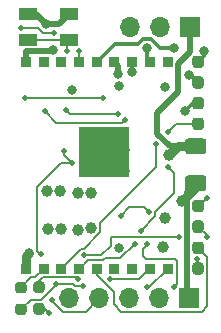
<source format=gbr>
%TF.GenerationSoftware,KiCad,Pcbnew,5.1.9*%
%TF.CreationDate,2021-01-20T23:16:29+01:00*%
%TF.ProjectId,wi-se-opi4,77692d73-652d-46f7-9069-342e6b696361,rev?*%
%TF.SameCoordinates,Original*%
%TF.FileFunction,Copper,L1,Top*%
%TF.FilePolarity,Positive*%
%FSLAX46Y46*%
G04 Gerber Fmt 4.6, Leading zero omitted, Abs format (unit mm)*
G04 Created by KiCad (PCBNEW 5.1.9) date 2021-01-20 23:16:29*
%MOMM*%
%LPD*%
G01*
G04 APERTURE LIST*
%TA.AperFunction,SMDPad,CuDef*%
%ADD10R,0.912500X0.850000*%
%TD*%
%TA.AperFunction,SMDPad,CuDef*%
%ADD11R,4.300000X4.300000*%
%TD*%
%TA.AperFunction,ComponentPad*%
%ADD12R,1.700000X1.700000*%
%TD*%
%TA.AperFunction,ComponentPad*%
%ADD13O,1.700000X1.700000*%
%TD*%
%TA.AperFunction,SMDPad,CuDef*%
%ADD14R,1.500000X1.000000*%
%TD*%
%TA.AperFunction,ViaPad*%
%ADD15C,1.000000*%
%TD*%
%TA.AperFunction,ViaPad*%
%ADD16C,0.800000*%
%TD*%
%TA.AperFunction,ViaPad*%
%ADD17C,0.500000*%
%TD*%
%TA.AperFunction,Conductor*%
%ADD18C,0.500000*%
%TD*%
%TA.AperFunction,Conductor*%
%ADD19C,0.750000*%
%TD*%
%TA.AperFunction,Conductor*%
%ADD20C,0.200000*%
%TD*%
%TA.AperFunction,Conductor*%
%ADD21C,0.300000*%
%TD*%
G04 APERTURE END LIST*
D10*
%TO.P,U2,18*%
%TO.N,GND*%
X95920000Y-71282500D03*
%TO.P,U2,17*%
%TO.N,N/C*%
X97420000Y-71282500D03*
%TO.P,U2,16*%
X98920000Y-71282500D03*
%TO.P,U2,15*%
%TO.N,RST*%
X100420000Y-71282500D03*
%TO.P,U2,14*%
%TO.N,LED_WIFI*%
X101920000Y-71282500D03*
%TO.P,U2,13*%
%TO.N,GND*%
X103420000Y-71282500D03*
%TO.P,U2,12*%
%TO.N,Net-(R12-Pad1)*%
X104920000Y-71282500D03*
%TO.P,U2,11*%
%TO.N,Net-(R11-Pad1)*%
X106420000Y-71282500D03*
%TO.P,U2,10*%
%TO.N,N/C*%
X107920000Y-71282500D03*
%TO.P,U2,9*%
%TO.N,GND*%
X107920000Y-88757500D03*
%TO.P,U2,8*%
%TO.N,Net-(R13-Pad2)*%
X106420000Y-88757500D03*
%TO.P,U2,7*%
%TO.N,N/C*%
X104920000Y-88757500D03*
%TO.P,U2,6*%
X103420000Y-88757500D03*
%TO.P,U2,5*%
%TO.N,LED_TX*%
X101920000Y-88757500D03*
%TO.P,U2,4*%
%TO.N,LED_RX*%
X100420000Y-88757500D03*
%TO.P,U2,3*%
%TO.N,LED_STATUS*%
X98920000Y-88757500D03*
%TO.P,U2,2*%
%TO.N,Net-(R10-Pad1)*%
X97420000Y-88757500D03*
%TO.P,U2,1*%
%TO.N,+3V3*%
X95920000Y-88757500D03*
D11*
%TO.P,U2,19*%
%TO.N,GND*%
X102500000Y-78900000D03*
%TD*%
D12*
%TO.P,J2,1*%
%TO.N,VCC*%
X109750000Y-91250000D03*
D13*
%TO.P,J2,2*%
%TO.N,EN*%
X107210000Y-91250000D03*
%TO.P,J2,3*%
%TO.N,BOOT0*%
X104670000Y-91250000D03*
%TO.P,J2,4*%
%TO.N,DTR*%
X102130000Y-91250000D03*
%TO.P,J2,5*%
%TO.N,RTS*%
X99590000Y-91250000D03*
%TD*%
%TO.P,C1,1*%
%TO.N,VCC*%
%TA.AperFunction,SMDPad,CuDef*%
G36*
G01*
X110950002Y-82191820D02*
X109649998Y-82191820D01*
G75*
G02*
X109400000Y-81941822I0J249998D01*
G01*
X109400000Y-81116818D01*
G75*
G02*
X109649998Y-80866820I249998J0D01*
G01*
X110950002Y-80866820D01*
G75*
G02*
X111200000Y-81116818I0J-249998D01*
G01*
X111200000Y-81941822D01*
G75*
G02*
X110950002Y-82191820I-249998J0D01*
G01*
G37*
%TD.AperFunction*%
%TO.P,C1,2*%
%TO.N,GND*%
%TA.AperFunction,SMDPad,CuDef*%
G36*
G01*
X110950002Y-79066820D02*
X109649998Y-79066820D01*
G75*
G02*
X109400000Y-78816822I0J249998D01*
G01*
X109400000Y-77991818D01*
G75*
G02*
X109649998Y-77741820I249998J0D01*
G01*
X110950002Y-77741820D01*
G75*
G02*
X111200000Y-77991818I0J-249998D01*
G01*
X111200000Y-78816822D01*
G75*
G02*
X110950002Y-79066820I-249998J0D01*
G01*
G37*
%TD.AperFunction*%
%TD*%
%TO.P,D1,1*%
%TO.N,Net-(D1-Pad1)*%
%TA.AperFunction,SMDPad,CuDef*%
G36*
G01*
X110737500Y-73525000D02*
X110262500Y-73525000D01*
G75*
G02*
X110025000Y-73287500I0J237500D01*
G01*
X110025000Y-72712500D01*
G75*
G02*
X110262500Y-72475000I237500J0D01*
G01*
X110737500Y-72475000D01*
G75*
G02*
X110975000Y-72712500I0J-237500D01*
G01*
X110975000Y-73287500D01*
G75*
G02*
X110737500Y-73525000I-237500J0D01*
G01*
G37*
%TD.AperFunction*%
%TO.P,D1,2*%
%TO.N,LED_WIFI*%
%TA.AperFunction,SMDPad,CuDef*%
G36*
G01*
X110737500Y-71775000D02*
X110262500Y-71775000D01*
G75*
G02*
X110025000Y-71537500I0J237500D01*
G01*
X110025000Y-70962500D01*
G75*
G02*
X110262500Y-70725000I237500J0D01*
G01*
X110737500Y-70725000D01*
G75*
G02*
X110975000Y-70962500I0J-237500D01*
G01*
X110975000Y-71537500D01*
G75*
G02*
X110737500Y-71775000I-237500J0D01*
G01*
G37*
%TD.AperFunction*%
%TD*%
%TO.P,D2,2*%
%TO.N,LED_STATUS*%
%TA.AperFunction,SMDPad,CuDef*%
G36*
G01*
X110262500Y-75975000D02*
X110737500Y-75975000D01*
G75*
G02*
X110975000Y-76212500I0J-237500D01*
G01*
X110975000Y-76787500D01*
G75*
G02*
X110737500Y-77025000I-237500J0D01*
G01*
X110262500Y-77025000D01*
G75*
G02*
X110025000Y-76787500I0J237500D01*
G01*
X110025000Y-76212500D01*
G75*
G02*
X110262500Y-75975000I237500J0D01*
G01*
G37*
%TD.AperFunction*%
%TO.P,D2,1*%
%TO.N,Net-(D2-Pad1)*%
%TA.AperFunction,SMDPad,CuDef*%
G36*
G01*
X110262500Y-74225000D02*
X110737500Y-74225000D01*
G75*
G02*
X110975000Y-74462500I0J-237500D01*
G01*
X110975000Y-75037500D01*
G75*
G02*
X110737500Y-75275000I-237500J0D01*
G01*
X110262500Y-75275000D01*
G75*
G02*
X110025000Y-75037500I0J237500D01*
G01*
X110025000Y-74462500D01*
G75*
G02*
X110262500Y-74225000I237500J0D01*
G01*
G37*
%TD.AperFunction*%
%TD*%
%TO.P,D3,1*%
%TO.N,Net-(D3-Pad1)*%
%TA.AperFunction,SMDPad,CuDef*%
G36*
G01*
X110737500Y-89275000D02*
X110262500Y-89275000D01*
G75*
G02*
X110025000Y-89037500I0J237500D01*
G01*
X110025000Y-88462500D01*
G75*
G02*
X110262500Y-88225000I237500J0D01*
G01*
X110737500Y-88225000D01*
G75*
G02*
X110975000Y-88462500I0J-237500D01*
G01*
X110975000Y-89037500D01*
G75*
G02*
X110737500Y-89275000I-237500J0D01*
G01*
G37*
%TD.AperFunction*%
%TO.P,D3,2*%
%TO.N,LED_TX*%
%TA.AperFunction,SMDPad,CuDef*%
G36*
G01*
X110737500Y-87525000D02*
X110262500Y-87525000D01*
G75*
G02*
X110025000Y-87287500I0J237500D01*
G01*
X110025000Y-86712500D01*
G75*
G02*
X110262500Y-86475000I237500J0D01*
G01*
X110737500Y-86475000D01*
G75*
G02*
X110975000Y-86712500I0J-237500D01*
G01*
X110975000Y-87287500D01*
G75*
G02*
X110737500Y-87525000I-237500J0D01*
G01*
G37*
%TD.AperFunction*%
%TD*%
%TO.P,D4,2*%
%TO.N,LED_RX*%
%TA.AperFunction,SMDPad,CuDef*%
G36*
G01*
X110737500Y-83983080D02*
X110262500Y-83983080D01*
G75*
G02*
X110025000Y-83745580I0J237500D01*
G01*
X110025000Y-83170580D01*
G75*
G02*
X110262500Y-82933080I237500J0D01*
G01*
X110737500Y-82933080D01*
G75*
G02*
X110975000Y-83170580I0J-237500D01*
G01*
X110975000Y-83745580D01*
G75*
G02*
X110737500Y-83983080I-237500J0D01*
G01*
G37*
%TD.AperFunction*%
%TO.P,D4,1*%
%TO.N,Net-(D4-Pad1)*%
%TA.AperFunction,SMDPad,CuDef*%
G36*
G01*
X110737500Y-85733080D02*
X110262500Y-85733080D01*
G75*
G02*
X110025000Y-85495580I0J237500D01*
G01*
X110025000Y-84920580D01*
G75*
G02*
X110262500Y-84683080I237500J0D01*
G01*
X110737500Y-84683080D01*
G75*
G02*
X110975000Y-84920580I0J-237500D01*
G01*
X110975000Y-85495580D01*
G75*
G02*
X110737500Y-85733080I-237500J0D01*
G01*
G37*
%TD.AperFunction*%
%TD*%
D12*
%TO.P,J1,1*%
%TO.N,GND*%
X109840000Y-68300000D03*
D13*
%TO.P,J1,2*%
%TO.N,TXD*%
X107300000Y-68300000D03*
%TO.P,J1,3*%
%TO.N,RXD*%
X104760000Y-68300000D03*
%TD*%
%TO.P,R10,1*%
%TO.N,Net-(R10-Pad1)*%
%TA.AperFunction,SMDPad,CuDef*%
G36*
G01*
X95266500Y-89889500D02*
X95741500Y-89889500D01*
G75*
G02*
X95979000Y-90127000I0J-237500D01*
G01*
X95979000Y-90627000D01*
G75*
G02*
X95741500Y-90864500I-237500J0D01*
G01*
X95266500Y-90864500D01*
G75*
G02*
X95029000Y-90627000I0J237500D01*
G01*
X95029000Y-90127000D01*
G75*
G02*
X95266500Y-89889500I237500J0D01*
G01*
G37*
%TD.AperFunction*%
%TO.P,R10,2*%
%TO.N,EN*%
%TA.AperFunction,SMDPad,CuDef*%
G36*
G01*
X95266500Y-91714500D02*
X95741500Y-91714500D01*
G75*
G02*
X95979000Y-91952000I0J-237500D01*
G01*
X95979000Y-92452000D01*
G75*
G02*
X95741500Y-92689500I-237500J0D01*
G01*
X95266500Y-92689500D01*
G75*
G02*
X95029000Y-92452000I0J237500D01*
G01*
X95029000Y-91952000D01*
G75*
G02*
X95266500Y-91714500I237500J0D01*
G01*
G37*
%TD.AperFunction*%
%TD*%
%TO.P,R13,2*%
%TO.N,Net-(R13-Pad2)*%
%TA.AperFunction,SMDPad,CuDef*%
G36*
G01*
X97265500Y-90825000D02*
X96790500Y-90825000D01*
G75*
G02*
X96553000Y-90587500I0J237500D01*
G01*
X96553000Y-90087500D01*
G75*
G02*
X96790500Y-89850000I237500J0D01*
G01*
X97265500Y-89850000D01*
G75*
G02*
X97503000Y-90087500I0J-237500D01*
G01*
X97503000Y-90587500D01*
G75*
G02*
X97265500Y-90825000I-237500J0D01*
G01*
G37*
%TD.AperFunction*%
%TO.P,R13,1*%
%TO.N,BOOT0*%
%TA.AperFunction,SMDPad,CuDef*%
G36*
G01*
X97265500Y-92650000D02*
X96790500Y-92650000D01*
G75*
G02*
X96553000Y-92412500I0J237500D01*
G01*
X96553000Y-91912500D01*
G75*
G02*
X96790500Y-91675000I237500J0D01*
G01*
X97265500Y-91675000D01*
G75*
G02*
X97503000Y-91912500I0J-237500D01*
G01*
X97503000Y-92412500D01*
G75*
G02*
X97265500Y-92650000I-237500J0D01*
G01*
G37*
%TD.AperFunction*%
%TD*%
D14*
%TO.P,SW1,1*%
%TO.N,GND*%
X96075000Y-67200000D03*
%TO.P,SW1,2*%
%TO.N,EN*%
X96075000Y-69400000D03*
X99575000Y-69400000D03*
%TO.P,SW1,1*%
%TO.N,GND*%
X99575000Y-67200000D03*
%TD*%
D15*
%TO.N,VCC*%
X109143800Y-83032600D03*
%TO.N,GND*%
X104250000Y-78750000D03*
X104250000Y-80500000D03*
X97700000Y-82200000D03*
X98800000Y-82200000D03*
X100300000Y-82400000D03*
X101400000Y-82400000D03*
D16*
X103722969Y-72273631D03*
D17*
X106209810Y-90309990D03*
D15*
X108051600Y-79171800D03*
D16*
X107696000Y-73380600D03*
X103802715Y-86981609D03*
X97619820Y-68080180D03*
X98250000Y-70250000D03*
D15*
%TO.N,+3V3*%
X101400000Y-85300000D03*
D16*
X96200000Y-87400000D03*
D15*
X97800000Y-85400000D03*
X98900000Y-85400000D03*
X100300000Y-85500000D03*
D16*
X99822000Y-73595000D03*
X103835200Y-73279000D03*
D15*
X107696000Y-84469647D03*
X107492800Y-86906000D03*
D17*
%TO.N,EN*%
X98501200Y-90032501D03*
X100761800Y-90220800D03*
X99375000Y-70350002D03*
%TO.N,BOOT0*%
X97891600Y-92525000D03*
X108461250Y-90300002D03*
X106146600Y-86664800D03*
X106345999Y-83953114D03*
X103936800Y-84277200D03*
X104343200Y-76149200D03*
X97500000Y-75427400D03*
X95500000Y-68375000D03*
X98319820Y-68850000D03*
%TO.N,RST*%
X100457000Y-70358000D03*
D16*
%TO.N,LED_WIFI*%
X108458000Y-70104000D03*
X110998000Y-70358000D03*
%TO.N,Net-(D1-Pad1)*%
X109728000Y-72390000D03*
%TO.N,Net-(D2-Pad1)*%
X109400719Y-75421928D03*
D17*
%TO.N,LED_STATUS*%
X107950000Y-77216000D03*
X106934000Y-78232000D03*
%TO.N,Net-(D3-Pad1)*%
X110413800Y-87985600D03*
%TO.N,Net-(D4-Pad1)*%
X111225000Y-86106000D03*
X100838000Y-87630000D03*
X108874990Y-86106000D03*
%TO.N,LED_RX*%
X111225000Y-82804000D03*
X107996417Y-80124749D03*
X105664000Y-85556000D03*
X105156000Y-86656000D03*
%TO.N,DTR*%
X98145600Y-91389200D03*
%TO.N,RTS*%
X97205800Y-87553800D03*
X99796600Y-79781400D03*
X99129090Y-78809090D03*
%TO.N,Net-(Q1-Pad2)*%
X95808800Y-74295000D03*
X102489000Y-74295000D03*
%TO.N,Net-(Q2-Pad2)*%
X103682800Y-75692000D03*
X99288600Y-75336400D03*
D16*
%TO.N,Net-(R11-Pad1)*%
X106172000Y-70104000D03*
%TO.N,Net-(R12-Pad1)*%
X104902000Y-72136000D03*
D17*
%TO.N,Net-(R13-Pad2)*%
X100330000Y-89632502D03*
X103082000Y-89632502D03*
%TD*%
D18*
%TO.N,VCC*%
X109574990Y-91074990D02*
X109750000Y-91250000D01*
X109574990Y-82254330D02*
X109574990Y-91074990D01*
X110300000Y-81529320D02*
X109574990Y-82254330D01*
D19*
X110300000Y-81876400D02*
X109143800Y-83032600D01*
X110300000Y-81529320D02*
X110300000Y-81876400D01*
D18*
%TO.N,GND*%
X107049999Y-75591999D02*
X107049999Y-77331999D01*
X108826251Y-73815747D02*
X107049999Y-75591999D01*
X108826251Y-71426461D02*
X108826251Y-73815747D01*
X109840000Y-70412712D02*
X108826251Y-71426461D01*
X109840000Y-68300000D02*
X109840000Y-70412712D01*
X108122320Y-78404320D02*
X110300000Y-78404320D01*
X107049999Y-77331999D02*
X108122320Y-78404320D01*
X103722969Y-71585469D02*
X103420000Y-71282500D01*
X103722969Y-72273631D02*
X103722969Y-71585469D01*
X95940140Y-71262360D02*
X95920000Y-71282500D01*
D20*
X106380500Y-90297000D02*
X106070400Y-90297000D01*
X107920000Y-88757500D02*
X106380500Y-90297000D01*
D19*
X108819080Y-78404320D02*
X108051600Y-79171800D01*
X110300000Y-78404320D02*
X108819080Y-78404320D01*
D18*
X96739640Y-67200000D02*
X97619820Y-68080180D01*
X96075000Y-67200000D02*
X96739640Y-67200000D01*
X98694820Y-68080180D02*
X99575000Y-67200000D01*
X97619820Y-68080180D02*
X98694820Y-68080180D01*
X95920000Y-70357500D02*
X95920000Y-71282500D01*
X95927499Y-70350001D02*
X95920000Y-70357500D01*
X98149999Y-70350001D02*
X95927499Y-70350001D01*
X98250000Y-70250000D02*
X98149999Y-70350001D01*
D19*
%TO.N,+3V3*%
X95920000Y-87680000D02*
X96200000Y-87400000D01*
X95920000Y-88757500D02*
X95920000Y-87680000D01*
D20*
%TO.N,EN*%
X98501200Y-90111956D02*
X98501200Y-90032501D01*
X97238166Y-91374990D02*
X98501200Y-90111956D01*
X96331010Y-91374990D02*
X97238166Y-91374990D01*
X95504000Y-92202000D02*
X96331010Y-91374990D01*
X99915997Y-90032501D02*
X98501200Y-90032501D01*
X100104296Y-90220800D02*
X99915997Y-90032501D01*
X100761800Y-90220800D02*
X100104296Y-90220800D01*
X99375000Y-69600000D02*
X99575000Y-69400000D01*
X99375000Y-70350002D02*
X99375000Y-69600000D01*
X99575000Y-69400000D02*
X96075000Y-69400000D01*
%TO.N,BOOT0*%
X97529100Y-92162500D02*
X97891600Y-92525000D01*
X97028000Y-92162500D02*
X97529100Y-92162500D01*
X108461250Y-90300002D02*
X108711249Y-90050003D01*
X105821000Y-87663999D02*
X105821000Y-87117400D01*
X106107000Y-87949999D02*
X105821000Y-87663999D01*
X108533751Y-87949999D02*
X106107000Y-87949999D01*
X108711249Y-88127497D02*
X108533751Y-87949999D01*
X105821000Y-87117400D02*
X106248200Y-86690200D01*
X108711249Y-90050003D02*
X108711249Y-88127497D01*
X104686001Y-83527999D02*
X103936800Y-84277200D01*
X105920884Y-83527999D02*
X104686001Y-83527999D01*
X106345999Y-83953114D02*
X105920884Y-83527999D01*
X98471799Y-76399199D02*
X97500000Y-75427400D01*
X104093201Y-76399199D02*
X98471799Y-76399199D01*
X104343200Y-76149200D02*
X104093201Y-76399199D01*
X97394819Y-68850000D02*
X98319820Y-68850000D01*
X96919819Y-68375000D02*
X97394819Y-68850000D01*
X95500000Y-68375000D02*
X96919819Y-68375000D01*
%TO.N,RST*%
X100420000Y-70395000D02*
X100457000Y-70358000D01*
X100420000Y-71282500D02*
X100420000Y-70395000D01*
D21*
%TO.N,LED_WIFI*%
X106532001Y-69353999D02*
X107282002Y-70104000D01*
X105421999Y-69743999D02*
X105811999Y-69353999D01*
X107282002Y-70104000D02*
X108458000Y-70104000D01*
X105811999Y-69353999D02*
X106532001Y-69353999D01*
X103458501Y-69743999D02*
X105421999Y-69743999D01*
X101920000Y-71282500D02*
X103458501Y-69743999D01*
X110998000Y-70752000D02*
X110500000Y-71250000D01*
X110998000Y-70358000D02*
X110998000Y-70752000D01*
%TO.N,Net-(D1-Pad1)*%
X110500000Y-73000000D02*
X110662500Y-73000000D01*
X109890000Y-72390000D02*
X110500000Y-73000000D01*
X109728000Y-72390000D02*
X109890000Y-72390000D01*
%TO.N,Net-(D2-Pad1)*%
X110500000Y-74750000D02*
X110662500Y-74750000D01*
X110072647Y-74750000D02*
X109400719Y-75421928D01*
X110500000Y-74750000D02*
X110072647Y-74750000D01*
D20*
%TO.N,LED_STATUS*%
X108666000Y-76500000D02*
X107950000Y-77216000D01*
X110500000Y-76500000D02*
X108666000Y-76500000D01*
X99645001Y-88032499D02*
X98920000Y-88757500D01*
X102200001Y-84915999D02*
X102200001Y-85684001D01*
X106934000Y-80182000D02*
X102200001Y-84915999D01*
X106934000Y-78232000D02*
X106934000Y-80182000D01*
X100804003Y-87079999D02*
X102200001Y-85684001D01*
X100597501Y-87079999D02*
X100804003Y-87079999D01*
X99645001Y-88032499D02*
X100597501Y-87079999D01*
%TO.N,LED_TX*%
X111275010Y-91964992D02*
X110840001Y-92400001D01*
X111275010Y-87775010D02*
X111275010Y-91964992D01*
X110500000Y-87000000D02*
X111275010Y-87775010D01*
X103967399Y-92400001D02*
X103352600Y-91785202D01*
X110840001Y-92400001D02*
X103967399Y-92400001D01*
X101920000Y-89284504D02*
X101920000Y-88757500D01*
X103352600Y-90717104D02*
X101920000Y-89284504D01*
X103352600Y-91785202D02*
X103352600Y-90717104D01*
%TO.N,Net-(D3-Pad1)*%
X110500000Y-88071800D02*
X110413800Y-87985600D01*
X110500000Y-88750000D02*
X110500000Y-88071800D01*
%TO.N,Net-(D4-Pad1)*%
X103124000Y-86810301D02*
X102304301Y-87630000D01*
X111225000Y-85933080D02*
X110500000Y-85208080D01*
X103124000Y-86106000D02*
X103124000Y-86810301D01*
X102304301Y-87630000D02*
X100838000Y-87630000D01*
X111225000Y-86106000D02*
X111225000Y-85933080D01*
X103124000Y-86106000D02*
X108874990Y-86106000D01*
D21*
%TO.N,LED_RX*%
X110500000Y-83500000D02*
X110500000Y-83458080D01*
D20*
X110570920Y-83458080D02*
X111225000Y-82804000D01*
X110500000Y-83458080D02*
X110570920Y-83458080D01*
X106895999Y-84324001D02*
X105664000Y-85556000D01*
X106895999Y-83943999D02*
X106895999Y-84324001D01*
X108496001Y-82343997D02*
X106895999Y-83943999D01*
X108496001Y-80624333D02*
X108496001Y-82343997D01*
X107996417Y-80124749D02*
X108496001Y-80624333D01*
X100498748Y-88757500D02*
X100420000Y-88757500D01*
X101223749Y-88032499D02*
X100498748Y-88757500D01*
X102467501Y-88032499D02*
X101223749Y-88032499D01*
X102616000Y-87884000D02*
X102467501Y-88032499D01*
X103928000Y-87884000D02*
X102616000Y-87884000D01*
X105156000Y-86656000D02*
X103928000Y-87884000D01*
%TO.N,DTR*%
X98145600Y-91507602D02*
X98145600Y-91389200D01*
X99037999Y-92400001D02*
X98145600Y-91507602D01*
X100979999Y-92400001D02*
X99037999Y-92400001D01*
X102130000Y-91250000D02*
X100979999Y-92400001D01*
%TO.N,RTS*%
X96899999Y-81815999D02*
X98934598Y-79781400D01*
X96899999Y-87247999D02*
X96899999Y-81815999D01*
X98934598Y-79781400D02*
X99796600Y-79781400D01*
X97205800Y-87553800D02*
X96899999Y-87247999D01*
X99129090Y-79113890D02*
X99796600Y-79781400D01*
X99129090Y-78809090D02*
X99129090Y-79113890D01*
%TO.N,Net-(Q1-Pad2)*%
X95808800Y-74295000D02*
X102489000Y-74295000D01*
%TO.N,Net-(Q2-Pad2)*%
X99644200Y-75692000D02*
X99288600Y-75336400D01*
X103682800Y-75692000D02*
X99644200Y-75692000D01*
%TO.N,Net-(R10-Pad1)*%
X96694999Y-89482501D02*
X96398499Y-89482501D01*
X96398499Y-89482501D02*
X95504000Y-90377000D01*
X97420000Y-88757500D02*
X96694999Y-89482501D01*
D21*
%TO.N,Net-(R11-Pad1)*%
X106172000Y-71034500D02*
X106420000Y-71282500D01*
X106172000Y-70104000D02*
X106172000Y-71034500D01*
%TO.N,Net-(R12-Pad1)*%
X104902000Y-71300500D02*
X104920000Y-71282500D01*
X104902000Y-72136000D02*
X104902000Y-71300500D01*
D20*
%TO.N,Net-(R13-Pad2)*%
X97028000Y-89850000D02*
X97395499Y-89482501D01*
X97028000Y-90337500D02*
X97028000Y-89850000D01*
X97395499Y-89482501D02*
X99723749Y-89482501D01*
X100179999Y-89482501D02*
X100330000Y-89632502D01*
X99723749Y-89482501D02*
X100179999Y-89482501D01*
X106341252Y-88757500D02*
X106420000Y-88757500D01*
X105466250Y-89632502D02*
X106341252Y-88757500D01*
X103082000Y-89632502D02*
X105466250Y-89632502D01*
%TD*%
M02*

</source>
